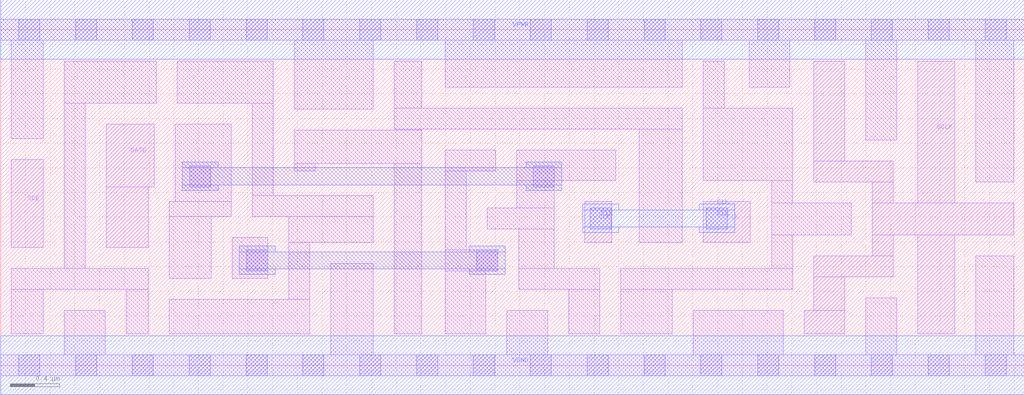
<source format=lef>
# Copyright 2020 The SkyWater PDK Authors
#
# Licensed under the Apache License, Version 2.0 (the "License");
# you may not use this file except in compliance with the License.
# You may obtain a copy of the License at
#
#     https://www.apache.org/licenses/LICENSE-2.0
#
# Unless required by applicable law or agreed to in writing, software
# distributed under the License is distributed on an "AS IS" BASIS,
# WITHOUT WARRANTIES OR CONDITIONS OF ANY KIND, either express or implied.
# See the License for the specific language governing permissions and
# limitations under the License.
#
# SPDX-License-Identifier: Apache-2.0

VERSION 5.7 ;
  NOWIREEXTENSIONATPIN ON ;
  DIVIDERCHAR "/" ;
  BUSBITCHARS "[]" ;
UNITS
  DATABASE MICRONS 200 ;
END UNITS
MACRO sky130_fd_sc_hd__sdlclkp_4
  CLASS CORE ;
  FOREIGN sky130_fd_sc_hd__sdlclkp_4 ;
  ORIGIN  0.000000  0.000000 ;
  SIZE  8.280000 BY  2.720000 ;
  SYMMETRY X Y R90 ;
  SITE unithd ;
  PIN GATE
    ANTENNAGATEAREA  0.159000 ;
    DIRECTION INPUT ;
    USE SIGNAL ;
    PORT
      LAYER li1 ;
        RECT 0.855000 0.955000 1.195000 1.445000 ;
        RECT 0.855000 1.445000 1.240000 1.955000 ;
    END
  END GATE
  PIN GCLK
    ANTENNADIFFAREA  0.891000 ;
    DIRECTION OUTPUT ;
    USE SIGNAL ;
    PORT
      LAYER li1 ;
        RECT 6.500000 0.255000 6.830000 0.445000 ;
        RECT 6.580000 0.445000 6.830000 0.715000 ;
        RECT 6.580000 0.715000 7.220000 0.885000 ;
        RECT 6.580000 1.485000 7.220000 1.655000 ;
        RECT 6.580000 1.655000 6.830000 2.465000 ;
        RECT 7.050000 0.885000 7.220000 1.055000 ;
        RECT 7.050000 1.055000 8.195000 1.315000 ;
        RECT 7.050000 1.315000 7.220000 1.485000 ;
        RECT 7.420000 0.255000 7.720000 1.055000 ;
        RECT 7.420000 1.315000 7.720000 2.465000 ;
    END
  END GCLK
  PIN SCE
    ANTENNAGATEAREA  0.159000 ;
    DIRECTION INPUT ;
    USE SIGNAL ;
    PORT
      LAYER li1 ;
        RECT 0.085000 0.955000 0.345000 1.665000 ;
    END
  END SCE
  PIN CLK
    ANTENNAGATEAREA  0.406500 ;
    DIRECTION INPUT ;
    USE CLOCK ;
    PORT
      LAYER li1 ;
        RECT 4.725000 0.995000 4.945000 1.325000 ;
      LAYER mcon ;
        RECT 4.770000 1.105000 4.940000 1.275000 ;
    END
    PORT
      LAYER li1 ;
        RECT 5.685000 0.995000 6.065000 1.325000 ;
      LAYER mcon ;
        RECT 5.710000 1.105000 5.880000 1.275000 ;
    END
    PORT
      LAYER met1 ;
        RECT 4.710000 1.075000 5.000000 1.120000 ;
        RECT 4.710000 1.120000 5.940000 1.260000 ;
        RECT 4.710000 1.260000 5.000000 1.305000 ;
        RECT 5.650000 1.075000 5.940000 1.120000 ;
        RECT 5.650000 1.260000 5.940000 1.305000 ;
    END
  END CLK
  PIN VGND
    DIRECTION INOUT ;
    SHAPE ABUTMENT ;
    USE GROUND ;
    PORT
      LAYER met1 ;
        RECT 0.000000 -0.240000 8.280000 0.240000 ;
    END
  END VGND
  PIN VPWR
    DIRECTION INOUT ;
    SHAPE ABUTMENT ;
    USE POWER ;
    PORT
      LAYER met1 ;
        RECT 0.000000 2.480000 8.280000 2.960000 ;
    END
  END VPWR
  OBS
    LAYER li1 ;
      RECT 0.000000 -0.085000 8.280000 0.085000 ;
      RECT 0.000000  2.635000 8.280000 2.805000 ;
      RECT 0.085000  0.255000 0.345000 0.615000 ;
      RECT 0.085000  0.615000 1.195000 0.785000 ;
      RECT 0.085000  1.835000 0.345000 2.635000 ;
      RECT 0.515000  0.085000 0.845000 0.445000 ;
      RECT 0.515000  0.785000 0.685000 2.125000 ;
      RECT 0.515000  2.125000 1.260000 2.465000 ;
      RECT 1.015000  0.255000 1.195000 0.615000 ;
      RECT 1.365000  0.255000 2.500000 0.535000 ;
      RECT 1.365000  0.705000 1.705000 1.205000 ;
      RECT 1.365000  1.205000 1.865000 1.325000 ;
      RECT 1.410000  1.325000 1.865000 1.955000 ;
      RECT 1.430000  2.125000 2.205000 2.465000 ;
      RECT 1.875000  0.705000 2.160000 1.035000 ;
      RECT 2.035000  1.205000 3.015000 1.375000 ;
      RECT 2.035000  1.375000 2.205000 2.125000 ;
      RECT 2.330000  0.535000 2.500000 0.995000 ;
      RECT 2.330000  0.995000 3.015000 1.205000 ;
      RECT 2.375000  1.575000 2.545000 1.635000 ;
      RECT 2.375000  1.635000 3.405000 1.905000 ;
      RECT 2.375000  2.075000 3.015000 2.635000 ;
      RECT 2.670000  0.085000 3.015000 0.825000 ;
      RECT 3.185000  0.255000 3.405000 1.635000 ;
      RECT 3.185000  1.905000 3.405000 1.915000 ;
      RECT 3.185000  1.915000 5.515000 2.085000 ;
      RECT 3.185000  2.085000 3.405000 2.465000 ;
      RECT 3.595000  0.255000 3.925000 0.765000 ;
      RECT 3.595000  0.765000 4.020000 0.935000 ;
      RECT 3.595000  0.935000 3.765000 1.575000 ;
      RECT 3.595000  1.575000 4.005000 1.745000 ;
      RECT 3.595000  2.255000 5.515000 2.635000 ;
      RECT 3.935000  1.105000 4.480000 1.275000 ;
      RECT 4.095000  0.085000 4.425000 0.445000 ;
      RECT 4.175000  1.275000 4.480000 1.495000 ;
      RECT 4.175000  1.495000 4.975000 1.745000 ;
      RECT 4.190000  0.615000 4.845000 0.785000 ;
      RECT 4.190000  0.785000 4.480000 1.105000 ;
      RECT 4.595000  0.255000 4.845000 0.615000 ;
      RECT 5.015000  0.255000 5.435000 0.615000 ;
      RECT 5.015000  0.615000 6.410000 0.785000 ;
      RECT 5.165000  0.995000 5.515000 1.915000 ;
      RECT 5.605000  0.085000 6.330000 0.445000 ;
      RECT 5.685000  1.495000 6.410000 2.085000 ;
      RECT 5.685000  2.085000 5.855000 2.465000 ;
      RECT 6.055000  2.255000 6.385000 2.635000 ;
      RECT 6.240000  0.785000 6.410000 1.055000 ;
      RECT 6.240000  1.055000 6.880000 1.315000 ;
      RECT 6.240000  1.315000 6.410000 1.495000 ;
      RECT 7.000000  0.085000 7.250000 0.545000 ;
      RECT 7.000000  1.825000 7.250000 2.635000 ;
      RECT 7.890000  0.085000 8.195000 0.885000 ;
      RECT 7.890000  1.485000 8.195000 2.635000 ;
    LAYER mcon ;
      RECT 0.145000 -0.085000 0.315000 0.085000 ;
      RECT 0.145000  2.635000 0.315000 2.805000 ;
      RECT 0.605000 -0.085000 0.775000 0.085000 ;
      RECT 0.605000  2.635000 0.775000 2.805000 ;
      RECT 1.065000 -0.085000 1.235000 0.085000 ;
      RECT 1.065000  2.635000 1.235000 2.805000 ;
      RECT 1.525000 -0.085000 1.695000 0.085000 ;
      RECT 1.525000  2.635000 1.695000 2.805000 ;
      RECT 1.530000  1.445000 1.700000 1.615000 ;
      RECT 1.985000 -0.085000 2.155000 0.085000 ;
      RECT 1.985000  2.635000 2.155000 2.805000 ;
      RECT 1.990000  0.765000 2.160000 0.935000 ;
      RECT 2.445000 -0.085000 2.615000 0.085000 ;
      RECT 2.445000  2.635000 2.615000 2.805000 ;
      RECT 2.905000 -0.085000 3.075000 0.085000 ;
      RECT 2.905000  2.635000 3.075000 2.805000 ;
      RECT 3.365000 -0.085000 3.535000 0.085000 ;
      RECT 3.365000  2.635000 3.535000 2.805000 ;
      RECT 3.825000 -0.085000 3.995000 0.085000 ;
      RECT 3.825000  2.635000 3.995000 2.805000 ;
      RECT 3.850000  0.765000 4.020000 0.935000 ;
      RECT 4.285000 -0.085000 4.455000 0.085000 ;
      RECT 4.285000  2.635000 4.455000 2.805000 ;
      RECT 4.310000  1.445000 4.480000 1.615000 ;
      RECT 4.745000 -0.085000 4.915000 0.085000 ;
      RECT 4.745000  2.635000 4.915000 2.805000 ;
      RECT 5.205000 -0.085000 5.375000 0.085000 ;
      RECT 5.205000  2.635000 5.375000 2.805000 ;
      RECT 5.665000 -0.085000 5.835000 0.085000 ;
      RECT 5.665000  2.635000 5.835000 2.805000 ;
      RECT 6.125000 -0.085000 6.295000 0.085000 ;
      RECT 6.125000  2.635000 6.295000 2.805000 ;
      RECT 6.585000 -0.085000 6.755000 0.085000 ;
      RECT 6.585000  2.635000 6.755000 2.805000 ;
      RECT 7.045000 -0.085000 7.215000 0.085000 ;
      RECT 7.045000  2.635000 7.215000 2.805000 ;
      RECT 7.505000 -0.085000 7.675000 0.085000 ;
      RECT 7.505000  2.635000 7.675000 2.805000 ;
      RECT 7.965000 -0.085000 8.135000 0.085000 ;
      RECT 7.965000  2.635000 8.135000 2.805000 ;
    LAYER met1 ;
      RECT 1.470000 1.415000 1.760000 1.460000 ;
      RECT 1.470000 1.460000 4.540000 1.600000 ;
      RECT 1.470000 1.600000 1.760000 1.645000 ;
      RECT 1.930000 0.735000 2.220000 0.780000 ;
      RECT 1.930000 0.780000 4.080000 0.920000 ;
      RECT 1.930000 0.920000 2.220000 0.965000 ;
      RECT 3.790000 0.735000 4.080000 0.780000 ;
      RECT 3.790000 0.920000 4.080000 0.965000 ;
      RECT 4.250000 1.415000 4.540000 1.460000 ;
      RECT 4.250000 1.600000 4.540000 1.645000 ;
  END
END sky130_fd_sc_hd__sdlclkp_4
END LIBRARY

</source>
